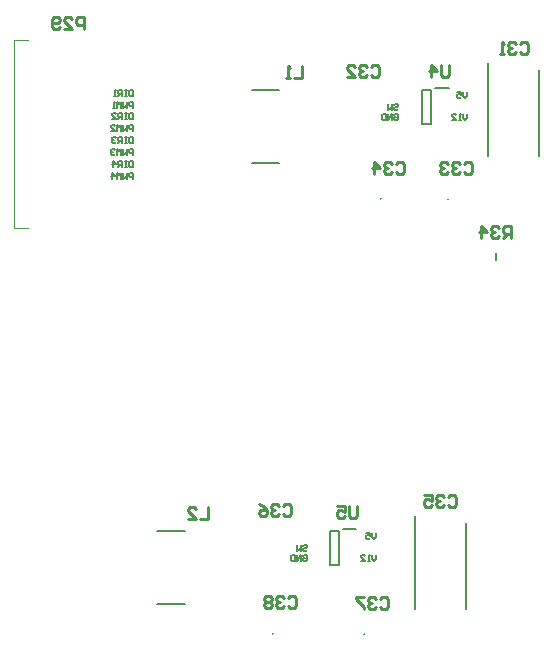
<source format=gbo>
G04*
G04 #@! TF.GenerationSoftware,Altium Limited,Altium Designer,22.9.1 (49)*
G04*
G04 Layer_Color=32896*
%FSLAX25Y25*%
%MOIN*%
G70*
G04*
G04 #@! TF.SameCoordinates,714AFEBF-1B90-43D1-B325-1FA160A26AE1*
G04*
G04*
G04 #@! TF.FilePolarity,Positive*
G04*
G01*
G75*
%ADD10C,0.00394*%
%ADD12C,0.01000*%
%ADD13C,0.00787*%
%ADD53C,0.00500*%
D10*
X4827Y194610D02*
X9551D01*
X4827D02*
Y257287D01*
X9551D01*
D12*
X149666Y104833D02*
X150332Y105499D01*
X151665D01*
X152332Y104833D01*
Y102167D01*
X151665Y101501D01*
X150332D01*
X149666Y102167D01*
X148333Y104833D02*
X147667Y105499D01*
X146334D01*
X145667Y104833D01*
Y104166D01*
X146334Y103500D01*
X147000D01*
X146334D01*
X145667Y102833D01*
Y102167D01*
X146334Y101501D01*
X147667D01*
X148333Y102167D01*
X141668Y105499D02*
X144334D01*
Y103500D01*
X143001Y104166D01*
X142335D01*
X141668Y103500D01*
Y102167D01*
X142335Y101501D01*
X143668D01*
X144334Y102167D01*
X173499Y255833D02*
X174166Y256499D01*
X175499D01*
X176165Y255833D01*
Y253167D01*
X175499Y252501D01*
X174166D01*
X173499Y253167D01*
X172167Y255833D02*
X171500Y256499D01*
X170167D01*
X169501Y255833D01*
Y255166D01*
X170167Y254500D01*
X170834D01*
X170167D01*
X169501Y253834D01*
Y253167D01*
X170167Y252501D01*
X171500D01*
X172167Y253167D01*
X168168Y252501D02*
X166835D01*
X167501D01*
Y256499D01*
X168168Y255833D01*
X28257Y260949D02*
Y264948D01*
X26258D01*
X25591Y264282D01*
Y262949D01*
X26258Y262282D01*
X28257D01*
X21592Y260949D02*
X24258D01*
X21592Y263615D01*
Y264282D01*
X22259Y264948D01*
X23592D01*
X24258Y264282D01*
X20259Y261616D02*
X19593Y260949D01*
X18260D01*
X17594Y261616D01*
Y264282D01*
X18260Y264948D01*
X19593D01*
X20259Y264282D01*
Y263615D01*
X19593Y262949D01*
X17594D01*
X119100Y101999D02*
Y98666D01*
X118433Y98000D01*
X117101D01*
X116434Y98666D01*
Y101999D01*
X112435D02*
X115101D01*
Y99999D01*
X113768Y100666D01*
X113102D01*
X112435Y99999D01*
Y98666D01*
X113102Y98000D01*
X114435D01*
X115101Y98666D01*
X150000Y248999D02*
Y245666D01*
X149334Y245000D01*
X148001D01*
X147334Y245666D01*
Y248999D01*
X144002Y245000D02*
Y248999D01*
X146001Y246999D01*
X143335D01*
X170500Y191100D02*
Y195099D01*
X168501D01*
X167834Y194432D01*
Y193099D01*
X168501Y192433D01*
X170500D01*
X169167D02*
X167834Y191100D01*
X166501Y194432D02*
X165835Y195099D01*
X164502D01*
X163836Y194432D01*
Y193766D01*
X164502Y193099D01*
X165168D01*
X164502D01*
X163836Y192433D01*
Y191767D01*
X164502Y191100D01*
X165835D01*
X166501Y191767D01*
X160503Y191100D02*
Y195099D01*
X162503Y193099D01*
X159837D01*
X69400Y101499D02*
Y97500D01*
X66734D01*
X62735D02*
X65401D01*
X62735Y100166D01*
Y100832D01*
X63402Y101499D01*
X64735D01*
X65401Y100832D01*
X100900Y248499D02*
Y244500D01*
X98234D01*
X96901D02*
X95568D01*
X96235D01*
Y248499D01*
X96901Y247832D01*
X96268Y71132D02*
X96935Y71798D01*
X98268D01*
X98934Y71132D01*
Y68466D01*
X98268Y67800D01*
X96935D01*
X96268Y68466D01*
X94936Y71132D02*
X94269Y71798D01*
X92936D01*
X92270Y71132D01*
Y70465D01*
X92936Y69799D01*
X93603D01*
X92936D01*
X92270Y69133D01*
Y68466D01*
X92936Y67800D01*
X94269D01*
X94936Y68466D01*
X90937Y71132D02*
X90270Y71798D01*
X88937D01*
X88271Y71132D01*
Y70465D01*
X88937Y69799D01*
X88271Y69133D01*
Y68466D01*
X88937Y67800D01*
X90270D01*
X90937Y68466D01*
Y69133D01*
X90270Y69799D01*
X90937Y70465D01*
Y71132D01*
X90270Y69799D02*
X88937D01*
X126768Y71076D02*
X127435Y71742D01*
X128768D01*
X129434Y71076D01*
Y68410D01*
X128768Y67744D01*
X127435D01*
X126768Y68410D01*
X125435Y71076D02*
X124769Y71742D01*
X123436D01*
X122770Y71076D01*
Y70410D01*
X123436Y69743D01*
X124103D01*
X123436D01*
X122770Y69077D01*
Y68410D01*
X123436Y67744D01*
X124769D01*
X125435Y68410D01*
X121437Y71742D02*
X118771D01*
Y71076D01*
X121437Y68410D01*
Y67744D01*
X94468Y101832D02*
X95135Y102498D01*
X96468D01*
X97134Y101832D01*
Y99166D01*
X96468Y98500D01*
X95135D01*
X94468Y99166D01*
X93135Y101832D02*
X92469Y102498D01*
X91136D01*
X90470Y101832D01*
Y101165D01*
X91136Y100499D01*
X91803D01*
X91136D01*
X90470Y99833D01*
Y99166D01*
X91136Y98500D01*
X92469D01*
X93135Y99166D01*
X86471Y102498D02*
X87804Y101832D01*
X89137Y100499D01*
Y99166D01*
X88470Y98500D01*
X87137D01*
X86471Y99166D01*
Y99833D01*
X87137Y100499D01*
X89137D01*
X132268Y216076D02*
X132935Y216742D01*
X134268D01*
X134934Y216076D01*
Y213410D01*
X134268Y212744D01*
X132935D01*
X132268Y213410D01*
X130936Y216076D02*
X130269Y216742D01*
X128936D01*
X128270Y216076D01*
Y215410D01*
X128936Y214743D01*
X129603D01*
X128936D01*
X128270Y214077D01*
Y213410D01*
X128936Y212744D01*
X130269D01*
X130936Y213410D01*
X124937Y212744D02*
Y216742D01*
X126937Y214743D01*
X124271D01*
X154768Y215832D02*
X155435Y216498D01*
X156768D01*
X157434Y215832D01*
Y213166D01*
X156768Y212500D01*
X155435D01*
X154768Y213166D01*
X153436Y215832D02*
X152769Y216498D01*
X151436D01*
X150770Y215832D01*
Y215165D01*
X151436Y214499D01*
X152103D01*
X151436D01*
X150770Y213833D01*
Y213166D01*
X151436Y212500D01*
X152769D01*
X153436Y213166D01*
X149437Y215832D02*
X148770Y216498D01*
X147437D01*
X146771Y215832D01*
Y215165D01*
X147437Y214499D01*
X148104D01*
X147437D01*
X146771Y213833D01*
Y213166D01*
X147437Y212500D01*
X148770D01*
X149437Y213166D01*
X123968Y248288D02*
X124635Y248954D01*
X125968D01*
X126634Y248288D01*
Y245622D01*
X125968Y244956D01*
X124635D01*
X123968Y245622D01*
X122635Y248288D02*
X121969Y248954D01*
X120636D01*
X119970Y248288D01*
Y247621D01*
X120636Y246955D01*
X121303D01*
X120636D01*
X119970Y246288D01*
Y245622D01*
X120636Y244956D01*
X121969D01*
X122635Y245622D01*
X115971Y244956D02*
X118637D01*
X115971Y247621D01*
Y248288D01*
X116637Y248954D01*
X117970D01*
X118637Y248288D01*
D13*
X91197Y59346D02*
G03*
X91197Y59346I-197J0D01*
G01*
X121697D02*
G03*
X121697Y59346I-197J0D01*
G01*
X127197Y204346D02*
G03*
X127197Y204346I-197J0D01*
G01*
X149697Y204102D02*
G03*
X149697Y204102I-197J0D01*
G01*
X138437Y67630D02*
Y98732D01*
X155563Y67630D02*
Y96370D01*
X162937Y218630D02*
Y249732D01*
X180063Y218630D02*
Y247370D01*
X114472Y94299D02*
X119000D01*
X113094Y82291D02*
Y93709D01*
X110142Y82291D02*
X113094D01*
X110142D02*
Y93709D01*
X113094D01*
X52622Y93705D02*
X61874D01*
X52622Y69295D02*
X61874D01*
X84122Y240705D02*
X93374D01*
X84122Y216295D02*
X93374D01*
X145354Y241299D02*
X149882D01*
X143976Y229291D02*
Y240709D01*
X141024Y229291D02*
X143976D01*
X141024D02*
Y240709D01*
X143976D01*
X165500Y183819D02*
Y186181D01*
D53*
X125500Y92999D02*
Y91666D01*
X124834Y91000D01*
X124167Y91666D01*
Y92999D01*
X122168D02*
X123501D01*
Y92000D01*
X122834Y92333D01*
X122501D01*
X122168Y92000D01*
Y91333D01*
X122501Y91000D01*
X123167D01*
X123501Y91333D01*
X125500Y85499D02*
Y84166D01*
X124834Y83500D01*
X124167Y84166D01*
Y85499D01*
X123501Y83500D02*
X122834D01*
X123167D01*
Y85499D01*
X123501Y85166D01*
X120502Y83500D02*
X121835D01*
X120502Y84833D01*
Y85166D01*
X120835Y85499D01*
X121501D01*
X121835Y85166D01*
X101167D02*
X101500Y85499D01*
X102167D01*
X102500Y85166D01*
Y83833D01*
X102167Y83500D01*
X101500D01*
X101167Y83833D01*
Y84500D01*
X101834D01*
X100501Y83500D02*
Y85499D01*
X99168Y83500D01*
Y85499D01*
X98501D02*
Y83500D01*
X97502D01*
X97168Y83833D01*
Y85166D01*
X97502Y85499D01*
X98501D01*
X101167Y88666D02*
X101500Y88999D01*
X102167D01*
X102500Y88666D01*
Y88333D01*
X102167Y88000D01*
X101500D01*
X101167Y87666D01*
Y87333D01*
X101500Y87000D01*
X102167D01*
X102500Y87333D01*
X100501Y88999D02*
Y87000D01*
X99834Y87666D01*
X99168Y87000D01*
Y88999D01*
X131667Y235666D02*
X132000Y235999D01*
X132667D01*
X133000Y235666D01*
Y235333D01*
X132667Y235000D01*
X132000D01*
X131667Y234666D01*
Y234333D01*
X132000Y234000D01*
X132667D01*
X133000Y234333D01*
X131001Y235999D02*
Y234000D01*
X130334Y234666D01*
X129668Y234000D01*
Y235999D01*
X131667Y232166D02*
X132000Y232499D01*
X132667D01*
X133000Y232166D01*
Y230833D01*
X132667Y230500D01*
X132000D01*
X131667Y230833D01*
Y231500D01*
X132334D01*
X131001Y230500D02*
Y232499D01*
X129668Y230500D01*
Y232499D01*
X129001D02*
Y230500D01*
X128002D01*
X127668Y230833D01*
Y232166D01*
X128002Y232499D01*
X129001D01*
X156000D02*
Y231166D01*
X155333Y230500D01*
X154667Y231166D01*
Y232499D01*
X154001Y230500D02*
X153334D01*
X153667D01*
Y232499D01*
X154001Y232166D01*
X151002Y230500D02*
X152334D01*
X151002Y231833D01*
Y232166D01*
X151335Y232499D01*
X152001D01*
X152334Y232166D01*
X156000Y239999D02*
Y238666D01*
X155333Y238000D01*
X154667Y238666D01*
Y239999D01*
X152668D02*
X154001D01*
Y239000D01*
X153334Y239333D01*
X153001D01*
X152668Y239000D01*
Y238333D01*
X153001Y238000D01*
X153667D01*
X154001Y238333D01*
X44500Y232999D02*
Y231000D01*
X43500D01*
X43167Y231333D01*
Y232666D01*
X43500Y232999D01*
X44500D01*
X42501D02*
X41834D01*
X42167D01*
Y231000D01*
X42501D01*
X41834D01*
X40835D02*
Y232999D01*
X39835D01*
X39502Y232666D01*
Y232000D01*
X39835Y231666D01*
X40835D01*
X40168D02*
X39502Y231000D01*
X37502D02*
X38835D01*
X37502Y232333D01*
Y232666D01*
X37835Y232999D01*
X38502D01*
X38835Y232666D01*
X44500Y234500D02*
Y236499D01*
X43500D01*
X43167Y236166D01*
Y235500D01*
X43500Y235166D01*
X44500D01*
X42501Y236499D02*
Y234500D01*
X41834Y235166D01*
X41168Y234500D01*
Y236499D01*
X40501Y234500D02*
Y236499D01*
X39835Y235833D01*
X39168Y236499D01*
Y234500D01*
X38502D02*
X37835D01*
X38169D01*
Y236499D01*
X38502Y236166D01*
X44500Y240499D02*
Y238500D01*
X43500D01*
X43167Y238833D01*
Y240166D01*
X43500Y240499D01*
X44500D01*
X42501D02*
X41834D01*
X42167D01*
Y238500D01*
X42501D01*
X41834D01*
X40835D02*
Y240499D01*
X39835D01*
X39502Y240166D01*
Y239500D01*
X39835Y239166D01*
X40835D01*
X40168D02*
X39502Y238500D01*
X38835D02*
X38169D01*
X38502D01*
Y240499D01*
X38835Y240166D01*
X44500Y227000D02*
Y228999D01*
X43500D01*
X43167Y228666D01*
Y228000D01*
X43500Y227666D01*
X44500D01*
X42501Y228999D02*
Y227000D01*
X41834Y227666D01*
X41168Y227000D01*
Y228999D01*
X40501Y227000D02*
Y228999D01*
X39835Y228333D01*
X39168Y228999D01*
Y227000D01*
X37169D02*
X38502D01*
X37169Y228333D01*
Y228666D01*
X37502Y228999D01*
X38169D01*
X38502Y228666D01*
X44500Y224999D02*
Y223000D01*
X43500D01*
X43167Y223333D01*
Y224666D01*
X43500Y224999D01*
X44500D01*
X42501D02*
X41834D01*
X42167D01*
Y223000D01*
X42501D01*
X41834D01*
X40835D02*
Y224999D01*
X39835D01*
X39502Y224666D01*
Y224000D01*
X39835Y223666D01*
X40835D01*
X40168D02*
X39502Y223000D01*
X38835Y224666D02*
X38502Y224999D01*
X37835D01*
X37502Y224666D01*
Y224333D01*
X37835Y224000D01*
X38169D01*
X37835D01*
X37502Y223666D01*
Y223333D01*
X37835Y223000D01*
X38502D01*
X38835Y223333D01*
X44500Y219000D02*
Y220999D01*
X43500D01*
X43167Y220666D01*
Y220000D01*
X43500Y219666D01*
X44500D01*
X42501Y220999D02*
Y219000D01*
X41834Y219666D01*
X41168Y219000D01*
Y220999D01*
X40501Y219000D02*
Y220999D01*
X39835Y220333D01*
X39168Y220999D01*
Y219000D01*
X38502Y220666D02*
X38169Y220999D01*
X37502D01*
X37169Y220666D01*
Y220333D01*
X37502Y220000D01*
X37835D01*
X37502D01*
X37169Y219666D01*
Y219333D01*
X37502Y219000D01*
X38169D01*
X38502Y219333D01*
X44500Y216999D02*
Y215000D01*
X43500D01*
X43167Y215333D01*
Y216666D01*
X43500Y216999D01*
X44500D01*
X42501D02*
X41834D01*
X42167D01*
Y215000D01*
X42501D01*
X41834D01*
X40835D02*
Y216999D01*
X39835D01*
X39502Y216666D01*
Y216000D01*
X39835Y215666D01*
X40835D01*
X40168D02*
X39502Y215000D01*
X37835D02*
Y216999D01*
X38835Y216000D01*
X37502D01*
X44500Y211000D02*
Y212999D01*
X43500D01*
X43167Y212666D01*
Y212000D01*
X43500Y211666D01*
X44500D01*
X42501Y212999D02*
Y211000D01*
X41834Y211666D01*
X41168Y211000D01*
Y212999D01*
X40501Y211000D02*
Y212999D01*
X39835Y212333D01*
X39168Y212999D01*
Y211000D01*
X37502D02*
Y212999D01*
X38502Y212000D01*
X37169D01*
M02*

</source>
